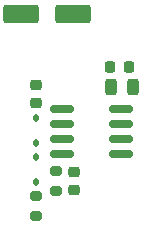
<source format=gtp>
G04 #@! TF.GenerationSoftware,KiCad,Pcbnew,8.0.1*
G04 #@! TF.CreationDate,2024-07-04T15:13:31+08:00*
G04 #@! TF.ProjectId,555Sandbox,35353553-616e-4646-926f-782e6b696361,1.0.0*
G04 #@! TF.SameCoordinates,Original*
G04 #@! TF.FileFunction,Paste,Top*
G04 #@! TF.FilePolarity,Positive*
%FSLAX46Y46*%
G04 Gerber Fmt 4.6, Leading zero omitted, Abs format (unit mm)*
G04 Created by KiCad (PCBNEW 8.0.1) date 2024-07-04 15:13:31*
%MOMM*%
%LPD*%
G01*
G04 APERTURE LIST*
G04 Aperture macros list*
%AMRoundRect*
0 Rectangle with rounded corners*
0 $1 Rounding radius*
0 $2 $3 $4 $5 $6 $7 $8 $9 X,Y pos of 4 corners*
0 Add a 4 corners polygon primitive as box body*
4,1,4,$2,$3,$4,$5,$6,$7,$8,$9,$2,$3,0*
0 Add four circle primitives for the rounded corners*
1,1,$1+$1,$2,$3*
1,1,$1+$1,$4,$5*
1,1,$1+$1,$6,$7*
1,1,$1+$1,$8,$9*
0 Add four rect primitives between the rounded corners*
20,1,$1+$1,$2,$3,$4,$5,0*
20,1,$1+$1,$4,$5,$6,$7,0*
20,1,$1+$1,$6,$7,$8,$9,0*
20,1,$1+$1,$8,$9,$2,$3,0*%
G04 Aperture macros list end*
%ADD10RoundRect,0.150000X0.825000X0.150000X-0.825000X0.150000X-0.825000X-0.150000X0.825000X-0.150000X0*%
%ADD11RoundRect,0.243750X-0.243750X-0.456250X0.243750X-0.456250X0.243750X0.456250X-0.243750X0.456250X0*%
%ADD12RoundRect,0.250000X-1.250000X-0.550000X1.250000X-0.550000X1.250000X0.550000X-1.250000X0.550000X0*%
%ADD13RoundRect,0.200000X-0.275000X0.200000X-0.275000X-0.200000X0.275000X-0.200000X0.275000X0.200000X0*%
%ADD14RoundRect,0.225000X-0.225000X-0.250000X0.225000X-0.250000X0.225000X0.250000X-0.225000X0.250000X0*%
%ADD15RoundRect,0.200000X0.275000X-0.200000X0.275000X0.200000X-0.275000X0.200000X-0.275000X-0.200000X0*%
%ADD16RoundRect,0.225000X0.250000X-0.225000X0.250000X0.225000X-0.250000X0.225000X-0.250000X-0.225000X0*%
%ADD17RoundRect,0.225000X-0.250000X0.225000X-0.250000X-0.225000X0.250000X-0.225000X0.250000X0.225000X0*%
%ADD18RoundRect,0.112500X-0.112500X0.187500X-0.112500X-0.187500X0.112500X-0.187500X0.112500X0.187500X0*%
G04 APERTURE END LIST*
D10*
X94300000Y-85470000D03*
X94300000Y-84200000D03*
X94300000Y-82930000D03*
X94300000Y-81660000D03*
X89350000Y-81660000D03*
X89350000Y-82930000D03*
X89350000Y-84200000D03*
X89350000Y-85470000D03*
D11*
X93437500Y-79850000D03*
X95312500Y-79850000D03*
D12*
X85850000Y-73650000D03*
X90250000Y-73650000D03*
D13*
X87125000Y-89075000D03*
X87125000Y-90725000D03*
D14*
X93400000Y-78150000D03*
X94950000Y-78150000D03*
D15*
X88825000Y-88600000D03*
X88825000Y-86950000D03*
D16*
X87100000Y-81175000D03*
X87100000Y-79625000D03*
D17*
X90300000Y-86975000D03*
X90300000Y-88525000D03*
D18*
X87125000Y-82450000D03*
X87125000Y-84550000D03*
X87125000Y-85750000D03*
X87125000Y-87850000D03*
M02*

</source>
